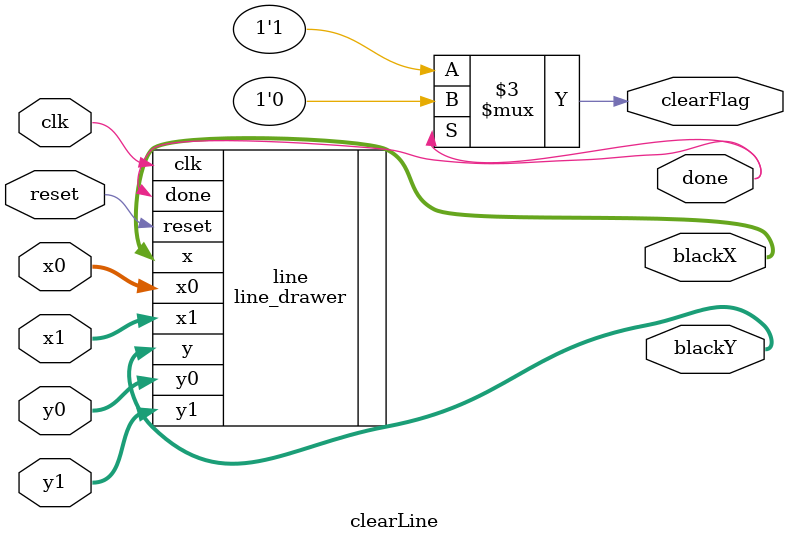
<source format=sv>
module clearLine(x0, y0, x1, y1, clk, reset, clearFlag, done, blackX, blackY);
	input logic [10:0] x0, y0, x1, y1;
	input logic clk, reset;
	output logic clearFlag, done;
	output logic [10:0] blackX, blackY;
	
	line_drawer line (.clk, .reset, .x0, .y0, .x1, .y1, .x(blackX), .y(blackY), .done);
	
	always_comb begin
		if(done) begin
			clearFlag = 1'b0;
		end
		else begin
			clearFlag = 1'b1;
		end
	end // always_comb
endmodule

</source>
